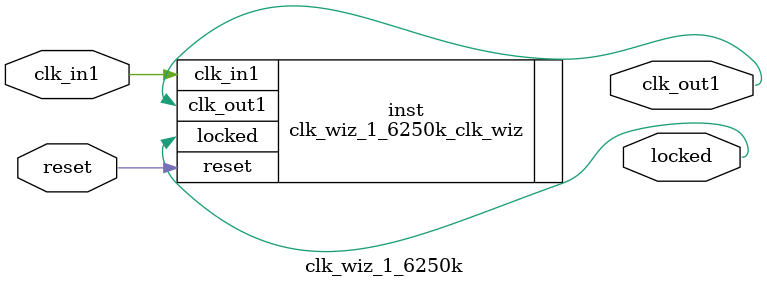
<source format=v>


`timescale 1ps/1ps

(* CORE_GENERATION_INFO = "clk_wiz_1_6250k,clk_wiz_v6_0_2_0_0,{component_name=clk_wiz_1_6250k,use_phase_alignment=true,use_min_o_jitter=false,use_max_i_jitter=false,use_dyn_phase_shift=false,use_inclk_switchover=false,use_dyn_reconfig=false,enable_axi=0,feedback_source=FDBK_AUTO,PRIMITIVE=PLL,num_out_clk=1,clkin1_period=20.0,clkin2_period=10.000,use_power_down=false,use_reset=true,use_locked=true,use_inclk_stopped=false,feedback_type=SINGLE,CLOCK_MGR_TYPE=NA,manual_override=false}" *)

module clk_wiz_1_6250k 
 (
  // Clock out ports
  output        clk_out1,
  // Status and control signals
  input         reset,
  output        locked,
 // Clock in ports
  input         clk_in1
 );

  clk_wiz_1_6250k_clk_wiz inst
  (
  // Clock out ports  
  .clk_out1(clk_out1),
  // Status and control signals               
  .reset(reset), 
  .locked(locked),
 // Clock in ports
  .clk_in1(clk_in1)
  );

endmodule

</source>
